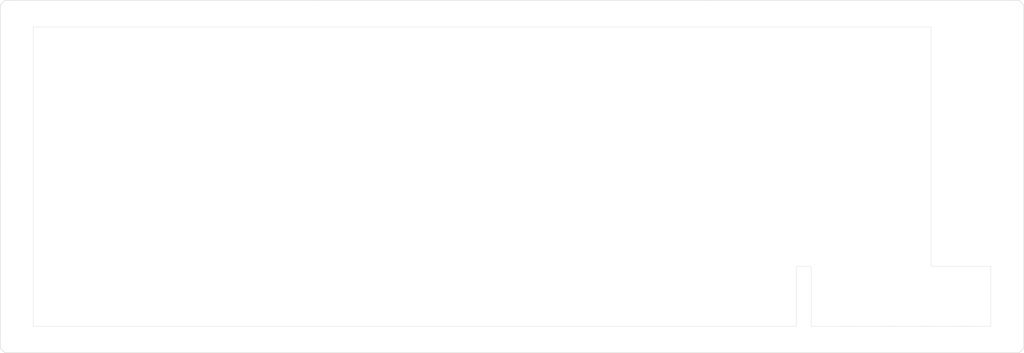
<source format=kicad_pcb>
(kicad_pcb (version 20211014) (generator pcbnew)
  (layers (0 "F.Cu" signal) (31 "B.Cu" signal) (34 "B.Paste" user) (35 "F.Paste" user) (36 "B.SilkS" user "B.Silkscreen") (37 "F.SilkS" user "F.Silkscreen") (38 "B.Mask" user) (39 "F.Mask" user) (44 "Edge.Cuts" user))
  (net 0 "")
  (footprint "kbd_Hole:m2_Screw_Hole_EdgeCuts" (layer "F.Cu") (at 11.075 13.05)
    (fp_text reference "J8" hide)
    (fp_text value "Conn_01x01" hide)
    (fp_circle (center 0 0) (end 1.1 0) (layer "Edge.Cuts") (width 0.01) (fill none))
  )
  (footprint "kbd_Hole:m2_Screw_Hole_EdgeCuts" (layer "F.Cu") (at 11.075 66.65)
    (fp_text reference "J9" hide)
    (fp_text value "Conn_01x01" hide)
    (fp_circle (center 0 0) (end 1.1 0) (layer "Edge.Cuts") (width 0.01) (fill none))
  )
  (footprint "kbd_Hole:m2_Screw_Hole_EdgeCuts" (layer "F.Cu") (at 11.075 120.25)
    (fp_text reference "J10" hide)
    (fp_text value "Conn_01x01" hide)
    (fp_circle (center 0 0) (end 1.1 0) (layer "Edge.Cuts") (width 0.01) (fill none))
  )
  (footprint "kbd_Hole:m2_Screw_Hole_EdgeCuts" (layer "F.Cu") (at 108.575 13.05)
    (fp_text reference "J11" hide)
    (fp_text value "Conn_01x01" hide)
    (fp_circle (center 0 0) (end 1.1 0) (layer "Edge.Cuts") (width 0.01) (fill none))
  )
  (footprint "kbd_Hole:m2_Screw_Hole_EdgeCuts" (layer "F.Cu") (at 234.325 13.05)
    (fp_text reference "J12" hide)
    (fp_text value "Conn_01x01" hide)
    (fp_circle (center 0 0) (end 1.1 0) (layer "Edge.Cuts") (width 0.01) (fill none))
  )
  (footprint "kbd_Hole:m2_Screw_Hole_EdgeCuts" (layer "F.Cu") (at 108.575 120.25)
    (fp_text reference "J13" hide)
    (fp_text value "Conn_01x01" hide)
    (fp_circle (center 0 0) (end 1.1 0) (layer "Edge.Cuts") (width 0.01) (fill none))
  )
  (footprint "kbd_Hole:m2_Screw_Hole_EdgeCuts" (layer "F.Cu") (at 234.325 120.25)
    (fp_text reference "J14" hide)
    (fp_text value "Conn_01x01" hide)
    (fp_circle (center 0 0) (end 1.1 0) (layer "Edge.Cuts") (width 0.01) (fill none))
  )
  (footprint "kbd_Hole:m2_Screw_Hole_EdgeCuts" (layer "F.Cu") (at 331.825 13.05)
    (fp_text reference "J15" hide)
    (fp_text value "Conn_01x01" hide)
    (fp_circle (center 0 0) (end 1.1 0) (layer "Edge.Cuts") (width 0.01) (fill none))
  )
  (footprint "kbd_Hole:m2_Screw_Hole_EdgeCuts" (layer "F.Cu") (at 331.825 66.65)
    (fp_text reference "J16" hide)
    (fp_text value "Conn_01x01" hide)
    (fp_circle (center 0 0) (end 1.1 0) (layer "Edge.Cuts") (width 0.01) (fill none))
  )
  (footprint "kbd_Hole:m2_Screw_Hole_EdgeCuts" (layer "F.Cu") (at 331.825 120.25)
    (fp_text reference "J17" hide)
    (fp_text value "Conn_01x01" hide)
    (fp_circle (center 0 0) (end 1.1 0) (layer "Edge.Cuts") (width 0.01) (fill none))
  )
  (gr_line (start 8.575 12.05) (end 10.075 10.55) (layer "Edge.Cuts") (width 0.15))
  (gr_line (start 334.325 12.05) (end 332.825 10.55) (layer "Edge.Cuts") (width 0.15))
  (gr_line (start 10.075 122.75) (end 8.575 121.25) (layer "Edge.Cuts") (width 0.15))
  (gr_line (start 304.8 94.75) (end 304.8 19.05) (layer "Edge.Cuts") (width 0.1))
  (gr_line (start 266.7 114.35) (end 323.85 114.3) (layer "Edge.Cuts") (width 0.1))
  (gr_line (start 19.05 19.05) (end 19.05 114.3) (layer "Edge.Cuts") (width 0.1))
  (gr_line (start 332.825 10.55) (end 10.075 10.55) (layer "Edge.Cuts") (width 0.15))
  (gr_line (start 323.85 95.25) (end 305.3 95.25) (layer "Edge.Cuts") (width 0.1))
  (gr_line (start 332.825 122.75) (end 334.325 121.25) (layer "Edge.Cuts") (width 0.15))
  (gr_line (start 304.8 19.05) (end 19.05 19.05) (layer "Edge.Cuts") (width 0.1))
  (gr_line (start 261.9375 114.3) (end 261.9375 95.75) (layer "Edge.Cuts") (width 0.1))
  (gr_arc (start 261.9375 95.75) (mid 262.083947 95.396447) (end 262.4375 95.25) (layer "Edge.Cuts") (width 0.1))
  (gr_arc (start 305.3 95.250001) (mid 304.946447 95.103554) (end 304.8 94.750001) (layer "Edge.Cuts") (width 0.1))
  (gr_line (start 19.05 114.3) (end 261.9375 114.3) (layer "Edge.Cuts") (width 0.1))
  (gr_arc (start 266.146447 95.253553) (mid 266.5 95.4) (end 266.646447 95.753553) (layer "Edge.Cuts") (width 0.1))
  (gr_line (start 262.4375 95.25) (end 266.15 95.25) (layer "Edge.Cuts") (width 0.1))
  (gr_line (start 334.325 121.25) (end 334.325 12.05) (layer "Edge.Cuts") (width 0.15))
  (gr_line (start 323.85 114.3) (end 323.85 95.25) (layer "Edge.Cuts") (width 0.1))
  (gr_line (start 266.65 95.75) (end 266.7 114.35) (layer "Edge.Cuts") (width 0.1))
  (gr_line (start 8.575 12.05) (end 8.575 121.25) (layer "Edge.Cuts") (width 0.15))
  (gr_line (start 10.075 122.75) (end 332.825 122.75) (layer "Edge.Cuts") (width 0.15))
)
</source>
